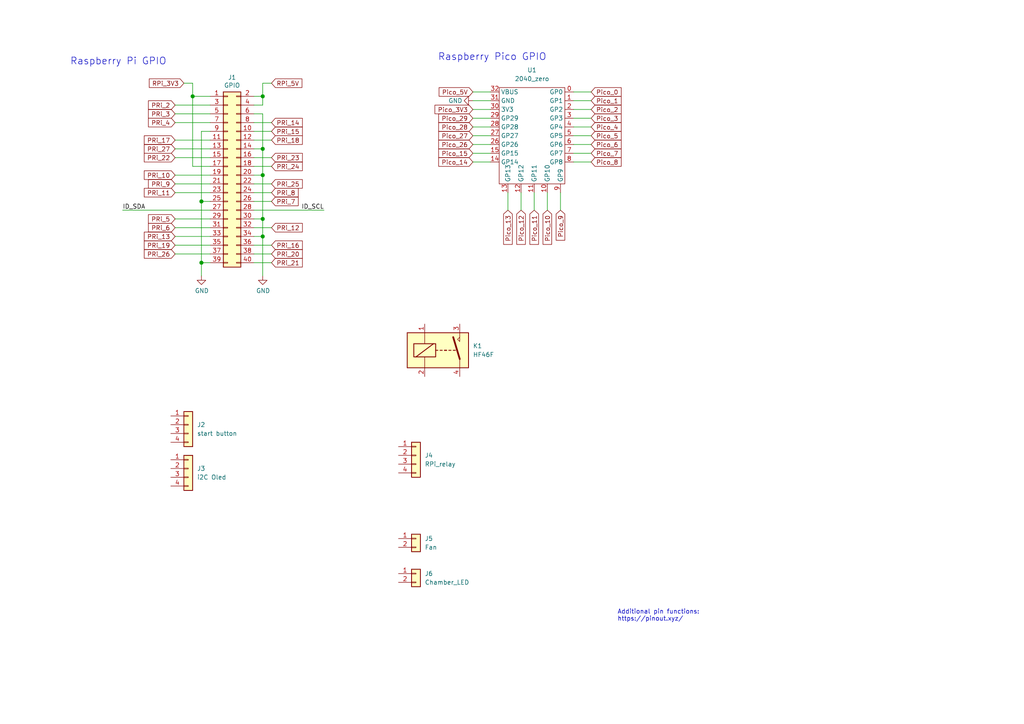
<source format=kicad_sch>
(kicad_sch (version 20211123) (generator eeschema)
  (paper "A4")
  (title_block (date "15 nov 2012"))
  (lib_symbols
    (symbol "Connector_Generic:Conn_01x02" (pin_names (offset 1.016) hide)
      (property "Reference" "J" (at 0 2.54 0))
      (property "Value" "Conn_01x02" (at 0 -5.08 0))
      (symbol "Conn_01x02_1_1"
        (rectangle (start -1.27 -2.413) (end 0 -2.667) (stroke (width 0.1524)))
        (rectangle (start -1.27 0.127) (end 0 -0.127) (stroke (width 0.1524)))
        (rectangle (start -1.27 1.27) (end 1.27 -3.81) (stroke (width 0.254)) (fill (type background)))
        (pin passive line (at -5.08 0 0) (length 3.81) (name "Pin_1") (number "1"))
        (pin passive line (at -5.08 -2.54 0) (length 3.81) (name "Pin_2") (number "2"))
      )
    )
    (symbol "Connector_Generic:Conn_01x04" (pin_names (offset 1.016) hide)
      (property "Reference" "J" (at 0 5.08 0))
      (property "Value" "Conn_01x04" (at 0 -7.62 0))
      (symbol "Conn_01x04_1_1"
        (rectangle (start -1.27 -4.953) (end 0 -5.207) (stroke (width 0.1524)))
        (rectangle (start -1.27 -2.413) (end 0 -2.667) (stroke (width 0.1524)))
        (rectangle (start -1.27 0.127) (end 0 -0.127) (stroke (width 0.1524)))
        (rectangle (start -1.27 2.667) (end 0 2.413) (stroke (width 0.1524)))
        (rectangle (start -1.27 3.81) (end 1.27 -6.35) (stroke (width 0.254)) (fill (type background)))
        (pin passive line (at -5.08 2.54 0) (length 3.81) (name "Pin_1") (number "1"))
        (pin passive line (at -5.08 0 0) (length 3.81) (name "Pin_2") (number "2"))
        (pin passive line (at -5.08 -2.54 0) (length 3.81) (name "Pin_3") (number "3"))
        (pin passive line (at -5.08 -5.08 0) (length 3.81) (name "Pin_4") (number "4"))
      )
    )
    (symbol "Connector_Generic:Conn_02x20_Odd_Even" (pin_names (offset 1.016) hide)
      (property "Reference" "J" (at 1.27 25.4 0))
      (property "Value" "Conn_02x20_Odd_Even" (at 1.27 -27.94 0))
      (symbol "Conn_02x20_Odd_Even_1_1"
        (rectangle (start -1.27 -25.273) (end 0 -25.527) (stroke (width 0.1524)))
        (rectangle (start -1.27 -22.733) (end 0 -22.987) (stroke (width 0.1524)))
        (rectangle (start -1.27 -20.193) (end 0 -20.447) (stroke (width 0.1524)))
        (rectangle (start -1.27 -17.653) (end 0 -17.907) (stroke (width 0.1524)))
        (rectangle (start -1.27 -15.113) (end 0 -15.367) (stroke (width 0.1524)))
        (rectangle (start -1.27 -12.573) (end 0 -12.827) (stroke (width 0.1524)))
        (rectangle (start -1.27 -10.033) (end 0 -10.287) (stroke (width 0.1524)))
        (rectangle (start -1.27 -7.493) (end 0 -7.747) (stroke (width 0.1524)))
        (rectangle (start -1.27 -4.953) (end 0 -5.207) (stroke (width 0.1524)))
        (rectangle (start -1.27 -2.413) (end 0 -2.667) (stroke (width 0.1524)))
        (rectangle (start -1.27 0.127) (end 0 -0.127) (stroke (width 0.1524)))
        (rectangle (start -1.27 2.667) (end 0 2.413) (stroke (width 0.1524)))
        (rectangle (start -1.27 5.207) (end 0 4.953) (stroke (width 0.1524)))
        (rectangle (start -1.27 7.747) (end 0 7.493) (stroke (width 0.1524)))
        (rectangle (start -1.27 10.287) (end 0 10.033) (stroke (width 0.1524)))
        (rectangle (start -1.27 12.827) (end 0 12.573) (stroke (width 0.1524)))
        (rectangle (start -1.27 15.367) (end 0 15.113) (stroke (width 0.1524)))
        (rectangle (start -1.27 17.907) (end 0 17.653) (stroke (width 0.1524)))
        (rectangle (start -1.27 20.447) (end 0 20.193) (stroke (width 0.1524)))
        (rectangle (start -1.27 22.987) (end 0 22.733) (stroke (width 0.1524)))
        (rectangle (start -1.27 24.13) (end 3.81 -26.67) (stroke (width 0.254)) (fill (type background)))
        (rectangle (start 3.81 -25.273) (end 2.54 -25.527) (stroke (width 0.1524)))
        (rectangle (start 3.81 -22.733) (end 2.54 -22.987) (stroke (width 0.1524)))
        (rectangle (start 3.81 -20.193) (end 2.54 -20.447) (stroke (width 0.1524)))
        (rectangle (start 3.81 -17.653) (end 2.54 -17.907) (stroke (width 0.1524)))
        (rectangle (start 3.81 -15.113) (end 2.54 -15.367) (stroke (width 0.1524)))
        (rectangle (start 3.81 -12.573) (end 2.54 -12.827) (stroke (width 0.1524)))
        (rectangle (start 3.81 -10.033) (end 2.54 -10.287) (stroke (width 0.1524)))
        (rectangle (start 3.81 -7.493) (end 2.54 -7.747) (stroke (width 0.1524)))
        (rectangle (start 3.81 -4.953) (end 2.54 -5.207) (stroke (width 0.1524)))
        (rectangle (start 3.81 -2.413) (end 2.54 -2.667) (stroke (width 0.1524)))
        (rectangle (start 3.81 0.127) (end 2.54 -0.127) (stroke (width 0.1524)))
        (rectangle (start 3.81 2.667) (end 2.54 2.413) (stroke (width 0.1524)))
        (rectangle (start 3.81 5.207) (end 2.54 4.953) (stroke (width 0.1524)))
        (rectangle (start 3.81 7.747) (end 2.54 7.493) (stroke (width 0.1524)))
        (rectangle (start 3.81 10.287) (end 2.54 10.033) (stroke (width 0.1524)))
        (rectangle (start 3.81 12.827) (end 2.54 12.573) (stroke (width 0.1524)))
        (rectangle (start 3.81 15.367) (end 2.54 15.113) (stroke (width 0.1524)))
        (rectangle (start 3.81 17.907) (end 2.54 17.653) (stroke (width 0.1524)))
        (rectangle (start 3.81 20.447) (end 2.54 20.193) (stroke (width 0.1524)))
        (rectangle (start 3.81 22.987) (end 2.54 22.733) (stroke (width 0.1524)))
        (pin passive line (at -5.08 22.86 0) (length 3.81) (name "Pin_1") (number "1"))
        (pin passive line (at 7.62 12.7 180) (length 3.81) (name "Pin_10") (number "10"))
        (pin passive line (at -5.08 10.16 0) (length 3.81) (name "Pin_11") (number "11"))
        (pin passive line (at 7.62 10.16 180) (length 3.81) (name "Pin_12") (number "12"))
        (pin passive line (at -5.08 7.62 0) (length 3.81) (name "Pin_13") (number "13"))
        (pin passive line (at 7.62 7.62 180) (length 3.81) (name "Pin_14") (number "14"))
        (pin passive line (at -5.08 5.08 0) (length 3.81) (name "Pin_15") (number "15"))
        (pin passive line (at 7.62 5.08 180) (length 3.81) (name "Pin_16") (number "16"))
        (pin passive line (at -5.08 2.54 0) (length 3.81) (name "Pin_17") (number "17"))
        (pin passive line (at 7.62 2.54 180) (length 3.81) (name "Pin_18") (number "18"))
        (pin passive line (at -5.08 0 0) (length 3.81) (name "Pin_19") (number "19"))
        (pin passive line (at 7.62 22.86 180) (length 3.81) (name "Pin_2") (number "2"))
        (pin passive line (at 7.62 0 180) (length 3.81) (name "Pin_20") (number "20"))
        (pin passive line (at -5.08 -2.54 0) (length 3.81) (name "Pin_21") (number "21"))
        (pin passive line (at 7.62 -2.54 180) (length 3.81) (name "Pin_22") (number "22"))
        (pin passive line (at -5.08 -5.08 0) (length 3.81) (name "Pin_23") (number "23"))
        (pin passive line (at 7.62 -5.08 180) (length 3.81) (name "Pin_24") (number "24"))
        (pin passive line (at -5.08 -7.62 0) (length 3.81) (name "Pin_25") (number "25"))
        (pin passive line (at 7.62 -7.62 180) (length 3.81) (name "Pin_26") (number "26"))
        (pin passive line (at -5.08 -10.16 0) (length 3.81) (name "Pin_27") (number "27"))
        (pin passive line (at 7.62 -10.16 180) (length 3.81) (name "Pin_28") (number "28"))
        (pin passive line (at -5.08 -12.7 0) (length 3.81) (name "Pin_29") (number "29"))
        (pin passive line (at -5.08 20.32 0) (length 3.81) (name "Pin_3") (number "3"))
        (pin passive line (at 7.62 -12.7 180) (length 3.81) (name "Pin_30") (number "30"))
        (pin passive line (at -5.08 -15.24 0) (length 3.81) (name "Pin_31") (number "31"))
        (pin passive line (at 7.62 -15.24 180) (length 3.81) (name "Pin_32") (number "32"))
        (pin passive line (at -5.08 -17.78 0) (length 3.81) (name "Pin_33") (number "33"))
        (pin passive line (at 7.62 -17.78 180) (length 3.81) (name "Pin_34") (number "34"))
        (pin passive line (at -5.08 -20.32 0) (length 3.81) (name "Pin_35") (number "35"))
        (pin passive line (at 7.62 -20.32 180) (length 3.81) (name "Pin_36") (number "36"))
        (pin passive line (at -5.08 -22.86 0) (length 3.81) (name "Pin_37") (number "37"))
        (pin passive line (at 7.62 -22.86 180) (length 3.81) (name "Pin_38") (number "38"))
        (pin passive line (at -5.08 -25.4 0) (length 3.81) (name "Pin_39") (number "39"))
        (pin passive line (at 7.62 20.32 180) (length 3.81) (name "Pin_4") (number "4"))
        (pin passive line (at 7.62 -25.4 180) (length 3.81) (name "Pin_40") (number "40"))
        (pin passive line (at -5.08 17.78 0) (length 3.81) (name "Pin_5") (number "5"))
        (pin passive line (at 7.62 17.78 180) (length 3.81) (name "Pin_6") (number "6"))
        (pin passive line (at -5.08 15.24 0) (length 3.81) (name "Pin_7") (number "7"))
        (pin passive line (at 7.62 15.24 180) (length 3.81) (name "Pin_8") (number "8"))
        (pin passive line (at -5.08 12.7 0) (length 3.81) (name "Pin_9") (number "9"))
      )
    )
    (symbol "pixeltrace:2040_zero"
      (property "Reference" "U2" (at -0.635 13.7328 0))
      (property "Value" "2040_zero" (at -0.635 11.1959 0))
      (symbol "2040_zero_0_1"
        (rectangle (start -10.16 10.16) (end 8.89 -17.78))
      )
      (symbol "2040_zero_1_1"
        (pin input line (at 11.43 8.89 180) (length 2.54) (name "GP0") (number "0"))
        (pin input line (at 11.43 6.35 180) (length 2.54) (name "GP1") (number "1"))
        (pin input line (at 3.81 -20.32 90) (length 2.54) (name "GP10") (number "10"))
        (pin input line (at 0 -20.32 90) (length 2.54) (name "GP11") (number "11"))
        (pin input line (at -3.81 -20.32 90) (length 2.54) (name "GP12") (number "12"))
        (pin input line (at -7.62 -20.32 90) (length 2.54) (name "GP13") (number "13"))
        (pin input line (at -12.7 -11.43 0) (length 2.54) (name "GP14") (number "14"))
        (pin input line (at -12.7 -8.89 0) (length 2.54) (name "GP15") (number "15"))
        (pin input line (at 11.43 3.81 180) (length 2.54) (name "GP2") (number "2"))
        (pin input line (at -12.7 -6.35 0) (length 2.54) (name "GP26") (number "26"))
        (pin input line (at -12.7 -3.81 0) (length 2.54) (name "GP27") (number "27"))
        (pin input line (at -12.7 -1.27 0) (length 2.54) (name "GP28") (number "28"))
        (pin input line (at -12.7 1.27 0) (length 2.54) (name "GP29") (number "29"))
        (pin input line (at 11.43 1.27 180) (length 2.54) (name "GP3") (number "3"))
        (pin power_out line (at -12.7 3.81 0) (length 2.54) (name "3V3") (number "30"))
        (pin input line (at -12.7 6.35 0) (length 2.54) (name "GND") (number "31"))
        (pin power_out line (at -12.7 8.89 0) (length 2.54) (name "VBUS") (number "32"))
        (pin input line (at 11.43 -1.27 180) (length 2.54) (name "GP4") (number "4"))
        (pin input line (at 11.43 -3.81 180) (length 2.54) (name "GP5") (number "5"))
        (pin input line (at 11.43 -6.35 180) (length 2.54) (name "GP6") (number "6"))
        (pin input line (at 11.43 -8.89 180) (length 2.54) (name "GP7") (number "7"))
        (pin input line (at 11.43 -11.43 180) (length 2.54) (name "GP8") (number "8"))
        (pin input line (at 7.62 -20.32 90) (length 2.54) (name "GP9") (number "9"))
      )
    )
    (symbol "pixeltrace:HF46F" (pin_names (offset 1.016))
      (property "Reference" "K" (at 8.89 3.81 0))
      (property "Value" "HF46F" (at 8.89 1.27 0))
      (symbol "HF46F_0_0"
        (polyline (pts (xy 5.08 3.81) (xy 5.08 5.08)))
        (polyline (pts (xy 5.08 3.81) (xy 5.08 2.54) (xy 4.445 3.175) (xy 5.08 3.81)))
      )
      (symbol "HF46F_0_1"
        (rectangle (start -10.16 5.08) (end 7.62 -5.08) (stroke (width 0.254)) (fill (type background)))
        (rectangle (start -8.255 1.905) (end -1.905 -1.905) (stroke (width 0.254)))
        (polyline (pts (xy -7.62 -1.905) (xy -2.54 1.905)) (stroke (width 0.254)))
        (polyline (pts (xy -5.08 -5.08) (xy -5.08 -1.905)))
        (polyline (pts (xy -5.08 5.08) (xy -5.08 1.905)))
        (polyline (pts (xy -1.905 0) (xy -1.27 0)) (stroke (width 0.254)))
        (polyline (pts (xy -0.635 0) (xy 0 0)) (stroke (width 0.254)))
        (polyline (pts (xy 0.635 0) (xy 1.27 0)) (stroke (width 0.254)))
        (polyline (pts (xy 0.635 0) (xy 1.27 0)) (stroke (width 0.254)))
        (polyline (pts (xy 1.905 0) (xy 2.54 0)) (stroke (width 0.254)))
        (polyline (pts (xy 3.175 0) (xy 3.81 0)) (stroke (width 0.254)))
        (polyline (pts (xy 5.08 -2.54) (xy 3.175 3.81)) (stroke (width 0.508)))
        (polyline (pts (xy 5.08 -2.54) (xy 5.08 -5.08)))
      )
      (symbol "HF46F_1_1"
        (pin passive line (at -5.08 7.62 270) (length 2.54) (name "~") (number "1"))
        (pin passive line (at -5.08 -7.62 90) (length 2.54) (name "~") (number "2"))
        (pin passive line (at 5.08 7.62 270) (length 2.54) (name "~") (number "3"))
        (pin passive line (at 5.08 -7.62 90) (length 2.54) (name "~") (number "4"))
      )
    )
    (symbol "power:GND" (power) (pin_names (offset 0))
      (property "Value" "GND" (at 0 -3.81 0))
      (symbol "GND_0_1"
        (polyline (pts (xy 0 0) (xy 0 -1.27) (xy 1.27 -1.27) (xy 0 -2.54) (xy -1.27 -1.27) (xy 0 -1.27)))
      )
      (symbol "GND_1_1"
        (pin power_in line (at 0 0 270) (length 0) hide (name "GND") (number "1"))
      )
    )
  )
  (junction (at 76.2 27.94) (diameter 1.016))
  (junction (at 76.2 43.18) (diameter 1.016))
  (junction (at 58.42 76.2) (diameter 1.016))
  (junction (at 58.42 58.42) (diameter 1.016))
  (junction (at 76.2 68.58) (diameter 1.016))
  (junction (at 76.2 63.5) (diameter 1.016))
  (junction (at 76.2 50.8) (diameter 1.016))
  (junction (at 55.88 27.94) (diameter 1.016))
  (wire (pts (xy 58.42 58.42) (xy 58.42 76.2)))
  (wire (pts (xy 73.66 58.42) (xy 78.74 58.42)))
  (wire (pts (xy 166.37 44.45) (xy 171.45 44.45)))
  (wire (pts (xy 137.16 31.75) (xy 142.24 31.75)))
  (wire (pts (xy 60.96 40.64) (xy 50.8 40.64)))
  (wire (pts (xy 76.2 33.02) (xy 76.2 43.18)))
  (wire (pts (xy 76.2 50.8) (xy 73.66 50.8)))
  (wire (pts (xy 53.34 24.13) (xy 55.88 24.13)))
  (wire (pts (xy 76.2 63.5) (xy 76.2 68.58)))
  (wire (pts (xy 76.2 50.8) (xy 76.2 63.5)))
  (wire (pts (xy 73.66 35.56) (xy 78.74 35.56)))
  (wire (pts (xy 58.42 38.1) (xy 58.42 58.42)))
  (wire (pts (xy 137.16 26.67) (xy 142.24 26.67)))
  (wire (pts (xy 58.42 38.1) (xy 60.96 38.1)))
  (wire (pts (xy 73.66 55.88) (xy 78.74 55.88)))
  (wire (pts (xy 60.96 60.96) (xy 35.56 60.96)))
  (wire (pts (xy 50.8 63.5) (xy 60.96 63.5)))
  (wire (pts (xy 137.16 39.37) (xy 142.24 39.37)))
  (wire (pts (xy 166.37 34.29) (xy 171.45 34.29)))
  (wire (pts (xy 58.42 58.42) (xy 60.96 58.42)))
  (wire (pts (xy 147.32 55.88) (xy 147.32 60.96)))
  (wire (pts (xy 73.66 45.72) (xy 78.74 45.72)))
  (wire (pts (xy 137.16 36.83) (xy 142.24 36.83)))
  (wire (pts (xy 73.66 76.2) (xy 78.74 76.2)))
  (wire (pts (xy 58.42 76.2) (xy 58.42 80.01)))
  (wire (pts (xy 50.8 43.18) (xy 60.96 43.18)))
  (wire (pts (xy 55.88 24.13) (xy 55.88 27.94)))
  (wire (pts (xy 76.2 68.58) (xy 73.66 68.58)))
  (wire (pts (xy 166.37 29.21) (xy 171.45 29.21)))
  (wire (pts (xy 50.8 33.02) (xy 60.96 33.02)))
  (wire (pts (xy 76.2 24.13) (xy 78.74 24.13)))
  (wire (pts (xy 50.8 55.88) (xy 60.96 55.88)))
  (wire (pts (xy 158.75 55.88) (xy 158.75 60.96)))
  (wire (pts (xy 166.37 26.67) (xy 171.45 26.67)))
  (wire (pts (xy 55.88 48.26) (xy 60.96 48.26)))
  (wire (pts (xy 60.96 30.48) (xy 50.8 30.48)))
  (wire (pts (xy 76.2 27.94) (xy 76.2 30.48)))
  (wire (pts (xy 166.37 31.75) (xy 171.45 31.75)))
  (wire (pts (xy 76.2 43.18) (xy 76.2 50.8)))
  (wire (pts (xy 73.66 40.64) (xy 78.74 40.64)))
  (wire (pts (xy 76.2 43.18) (xy 73.66 43.18)))
  (wire (pts (xy 76.2 24.13) (xy 76.2 27.94)))
  (wire (pts (xy 162.56 55.88) (xy 162.56 60.96)))
  (wire (pts (xy 50.8 35.56) (xy 60.96 35.56)))
  (wire (pts (xy 76.2 27.94) (xy 73.66 27.94)))
  (wire (pts (xy 55.88 27.94) (xy 55.88 48.26)))
  (wire (pts (xy 73.66 48.26) (xy 78.74 48.26)))
  (wire (pts (xy 73.66 38.1) (xy 78.74 38.1)))
  (wire (pts (xy 50.8 45.72) (xy 60.96 45.72)))
  (wire (pts (xy 50.8 53.34) (xy 60.96 53.34)))
  (wire (pts (xy 166.37 46.99) (xy 171.45 46.99)))
  (wire (pts (xy 166.37 39.37) (xy 171.45 39.37)))
  (wire (pts (xy 137.16 44.45) (xy 142.24 44.45)))
  (wire (pts (xy 137.16 29.21) (xy 142.24 29.21)))
  (wire (pts (xy 50.8 66.04) (xy 60.96 66.04)))
  (wire (pts (xy 76.2 30.48) (xy 73.66 30.48)))
  (wire (pts (xy 50.8 71.12) (xy 60.96 71.12)))
  (wire (pts (xy 73.66 71.12) (xy 78.74 71.12)))
  (wire (pts (xy 137.16 41.91) (xy 142.24 41.91)))
  (wire (pts (xy 73.66 66.04) (xy 78.74 66.04)))
  (wire (pts (xy 58.42 76.2) (xy 60.96 76.2)))
  (wire (pts (xy 73.66 73.66) (xy 78.74 73.66)))
  (wire (pts (xy 76.2 33.02) (xy 73.66 33.02)))
  (wire (pts (xy 50.8 73.66) (xy 60.96 73.66)))
  (wire (pts (xy 151.13 55.88) (xy 151.13 60.96)))
  (wire (pts (xy 166.37 36.83) (xy 171.45 36.83)))
  (wire (pts (xy 137.16 46.99) (xy 142.24 46.99)))
  (wire (pts (xy 76.2 68.58) (xy 76.2 80.01)))
  (wire (pts (xy 73.66 53.34) (xy 78.74 53.34)))
  (wire (pts (xy 60.96 68.58) (xy 50.8 68.58)))
  (wire (pts (xy 137.16 34.29) (xy 142.24 34.29)))
  (wire (pts (xy 76.2 63.5) (xy 73.66 63.5)))
  (wire (pts (xy 55.88 27.94) (xy 60.96 27.94)))
  (wire (pts (xy 166.37 41.91) (xy 171.45 41.91)))
  (wire (pts (xy 60.96 50.8) (xy 50.8 50.8)))
  (wire (pts (xy 73.66 60.96) (xy 93.98 60.96)))
  (wire (pts (xy 154.94 55.88) (xy 154.94 60.96)))
  (text "Additional pin functions:\nhttps://pinout.xyz/" (at 179.07 180.34 0) (effects (font (size 1.27 1.27)) (justify left bottom)))
  (text "Raspberry Pi GPIO" (at 20.32 19.05 0) (effects (font (size 2 2)) (justify left bottom)))
  (text "Raspberry Pico GPIO" (at 127 17.78 0) (effects (font (size 2 2)) (justify left bottom)))
  (label "ID_SDA" (at 35.56 60.96 0))
  (label "ID_SCL" (at 93.98 60.96 180))
  (global_label "PRi_23" (shape input) (at 78.74 45.72 0) (property "Intersheet References" "${INTERSHEET_REFS}" (effects hide)))
  (global_label "Pico_3" (shape input) (at 171.45 34.29 0) (property "Intersheet References" "${INTERSHEET_REFS}" (effects hide)))
  (global_label "Pico_10" (shape input) (at 158.75 60.96 270) (property "Intersheet References" "${INTERSHEET_REFS}" (effects hide)))
  (global_label "PRi_12" (shape input) (at 78.74 66.04 0) (property "Intersheet References" "${INTERSHEET_REFS}" (effects hide)))
  (global_label "PRi_4" (shape input) (at 50.8 35.56 180) (property "Intersheet References" "${INTERSHEET_REFS}" (effects hide)))
  (global_label "Pico_26" (shape input) (at 137.16 41.91 180) (property "Intersheet References" "${INTERSHEET_REFS}" (effects hide)))
  (global_label "PRi_26" (shape input) (at 50.8 73.66 180) (property "Intersheet References" "${INTERSHEET_REFS}" (effects hide)))
  (global_label "Pico_7" (shape input) (at 171.45 44.45 0) (property "Intersheet References" "${INTERSHEET_REFS}" (effects hide)))
  (global_label "RPi_3V3" (shape input) (at 53.34 24.13 180) (property "Intersheet References" "${INTERSHEET_REFS}" (effects hide)))
  (global_label "PRi_13" (shape input) (at 50.8 68.58 180) (property "Intersheet References" "${INTERSHEET_REFS}" (effects hide)))
  (global_label "PRi_18" (shape input) (at 78.74 40.64 0) (property "Intersheet References" "${INTERSHEET_REFS}" (effects hide)))
  (global_label "Pico_11" (shape input) (at 154.94 60.96 270) (property "Intersheet References" "${INTERSHEET_REFS}" (effects hide)))
  (global_label "Pico_3V3" (shape input) (at 137.16 31.75 180) (property "Intersheet References" "${INTERSHEET_REFS}" (effects hide)))
  (global_label "PRi_16" (shape input) (at 78.74 71.12 0) (property "Intersheet References" "${INTERSHEET_REFS}" (effects hide)))
  (global_label "PRi_3" (shape input) (at 50.8 33.02 180) (property "Intersheet References" "${INTERSHEET_REFS}" (effects hide)))
  (global_label "PRi_9" (shape input) (at 50.8 53.34 180) (property "Intersheet References" "${INTERSHEET_REFS}" (effects hide)))
  (global_label "Pico_28" (shape input) (at 137.16 36.83 180) (property "Intersheet References" "${INTERSHEET_REFS}" (effects hide)))
  (global_label "PRi_5" (shape input) (at 50.8 63.5 180) (property "Intersheet References" "${INTERSHEET_REFS}" (effects hide)))
  (global_label "PRi_7" (shape input) (at 78.74 58.42 0) (property "Intersheet References" "${INTERSHEET_REFS}" (effects hide)))
  (global_label "Pico_14" (shape input) (at 137.16 46.99 180) (property "Intersheet References" "${INTERSHEET_REFS}" (effects hide)))
  (global_label "PRi_20" (shape input) (at 78.74 73.66 0) (property "Intersheet References" "${INTERSHEET_REFS}" (effects hide)))
  (global_label "PRi_2" (shape input) (at 50.8 30.48 180) (property "Intersheet References" "${INTERSHEET_REFS}" (effects hide)))
  (global_label "PRi_6" (shape input) (at 50.8 66.04 180) (property "Intersheet References" "${INTERSHEET_REFS}" (effects hide)))
  (global_label "PRi_22" (shape input) (at 50.8 45.72 180) (property "Intersheet References" "${INTERSHEET_REFS}" (effects hide)))
  (global_label "PRi_15" (shape input) (at 78.74 38.1 0) (property "Intersheet References" "${INTERSHEET_REFS}" (effects hide)))
  (global_label "PRi_25" (shape input) (at 78.74 53.34 0) (property "Intersheet References" "${INTERSHEET_REFS}" (effects hide)))
  (global_label "PRi_14" (shape input) (at 78.74 35.56 0) (property "Intersheet References" "${INTERSHEET_REFS}" (effects hide)))
  (global_label "PRi_8" (shape input) (at 78.74 55.88 0) (property "Intersheet References" "${INTERSHEET_REFS}" (effects hide)))
  (global_label "PRi_17" (shape input) (at 50.8 40.64 180) (property "Intersheet References" "${INTERSHEET_REFS}" (effects hide)))
  (global_label "PRi_24" (shape input) (at 78.74 48.26 0) (property "Intersheet References" "${INTERSHEET_REFS}" (effects hide)))
  (global_label "Pico_13" (shape input) (at 147.32 60.96 270) (property "Intersheet References" "${INTERSHEET_REFS}" (effects hide)))
  (global_label "Pico_5V" (shape input) (at 137.16 26.67 180) (property "Intersheet References" "${INTERSHEET_REFS}" (effects hide)))
  (global_label "Pico_1" (shape input) (at 171.45 29.21 0) (property "Intersheet References" "${INTERSHEET_REFS}" (effects hide)))
  (global_label "Pico_12" (shape input) (at 151.13 60.96 270) (property "Intersheet References" "${INTERSHEET_REFS}" (effects hide)))
  (global_label "RPi_5V" (shape input) (at 78.74 24.13 0) (property "Intersheet References" "${INTERSHEET_REFS}" (effects hide)))
  (global_label "Pico_29" (shape input) (at 137.16 34.29 180) (property "Intersheet References" "${INTERSHEET_REFS}" (effects hide)))
  (global_label "Pico_27" (shape input) (at 137.16 39.37 180) (property "Intersheet References" "${INTERSHEET_REFS}" (effects hide)))
  (global_label "PRi_21" (shape input) (at 78.74 76.2 0) (property "Intersheet References" "${INTERSHEET_REFS}" (effects hide)))
  (global_label "Pico_8" (shape input) (at 171.45 46.99 0) (property "Intersheet References" "${INTERSHEET_REFS}" (effects hide)))
  (global_label "PRi_19" (shape input) (at 50.8 71.12 180) (property "Intersheet References" "${INTERSHEET_REFS}" (effects hide)))
  (global_label "PRi_27" (shape input) (at 50.8 43.18 180) (property "Intersheet References" "${INTERSHEET_REFS}" (effects hide)))
  (global_label "Pico_2" (shape input) (at 171.45 31.75 0) (property "Intersheet References" "${INTERSHEET_REFS}" (effects hide)))
  (global_label "PRi_11" (shape input) (at 50.8 55.88 180) (property "Intersheet References" "${INTERSHEET_REFS}" (effects hide)))
  (global_label "Pico_9" (shape input) (at 162.56 60.96 270) (property "Intersheet References" "${INTERSHEET_REFS}" (effects hide)))
  (global_label "PRi_10" (shape input) (at 50.8 50.8 180) (property "Intersheet References" "${INTERSHEET_REFS}" (effects hide)))
  (global_label "Pico_5" (shape input) (at 171.45 39.37 0) (property "Intersheet References" "${INTERSHEET_REFS}" (effects hide)))
  (global_label "Pico_4" (shape input) (at 171.45 36.83 0) (property "Intersheet References" "${INTERSHEET_REFS}" (effects hide)))
  (global_label "Pico_15" (shape input) (at 137.16 44.45 180) (property "Intersheet References" "${INTERSHEET_REFS}" (effects hide)))
  (global_label "Pico_0" (shape input) (at 171.45 26.67 0) (property "Intersheet References" "${INTERSHEET_REFS}" (effects hide)))
  (global_label "Pico_6" (shape input) (at 171.45 41.91 0) (property "Intersheet References" "${INTERSHEET_REFS}" (effects hide)))
  (symbol (lib_id "power:GND") (at 76.2 80.01 0) (unit 1)
    (property "Reference" "#PWR02" (effects hide))
    (property "Value" "GND" (at 76.3143 84.3344 0))
  )
  (symbol (lib_id "power:GND") (at 58.42 80.01 0) (unit 1)
    (property "Reference" "#PWR03" (effects hide))
    (property "Value" "GND" (at 58.5343 84.3344 0))
  )
  (symbol (lib_id "Connector_Generic:Conn_02x20_Odd_Even") (at 66.04 50.8 0) (unit 1)
    (property "Reference" "J1" (at 67.31 22.4598 0))
    (property "Value" "GPIO" (at 67.31 24.765 0))
    (property "Footprint" "Connector_PinSocket_2.54mm:PinSocket_2x20_P2.54mm_Vertical" (effects hide))
  )
  (symbol (lib_id "Connector_Generic:Conn_01x04") (at 120.65 132.08 0) (unit 1)
    (property "Reference" "J4" (at 123.19 132.0799 0) (effects (justify left)))
    (property "Value" "RPi_relay" (at 123.19 134.6199 0) (effects (justify left)))
    (property "Footprint" "Connector_JST:JST_PH_B4B-PH-K_1x04_P2.00mm_Vertical" (effects hide))
  )
  (symbol (lib_id "pixeltrace:HF46F") (at 128.27 101.6 0) (unit 1)
    (property "Reference" "K1" (at 137.16 100.3299 0) (effects (justify left)))
    (property "Value" "HF46F" (at 137.16 102.8699 0) (effects (justify left)))
    (property "Footprint" "pixeltrace:HF46F" (effects hide))
  )
  (symbol (lib_id "Connector_Generic:Conn_01x02") (at 120.65 156.21 0) (unit 1)
    (property "Reference" "J5" (at 123.19 156.2099 0) (effects (justify left)))
    (property "Value" "Fan" (at 123.19 158.7499 0) (effects (justify left)))
    (property "Footprint" "Connector_JST:JST_PH_B2B-PH-K_1x02_P2.00mm_Vertical" (effects hide))
  )
  (symbol (lib_id "Connector_Generic:Conn_01x02") (at 120.65 166.37 0) (unit 1)
    (property "Reference" "J6" (at 123.19 166.3699 0) (effects (justify left)))
    (property "Value" "Chamber_LED" (at 123.19 168.9099 0) (effects (justify left)))
    (property "Footprint" "Connector_JST:JST_PH_B2B-PH-K_1x02_P2.00mm_Vertical" (effects hide))
  )
  (symbol (lib_id "power:GND") (at 137.16 29.21 270) (unit 1)
    (property "Reference" "#PWR0101" (effects hide))
    (property "Value" "GND" (at 132.08 29.21 90))
  )
  (symbol (lib_id "pixeltrace:2040_zero") (at 154.94 35.56 0) (unit 1)
    (property "Reference" "U1" (at 154.305 20.32 0))
    (property "Value" "2040_zero" (at 154.305 22.86 0))
    (property "Footprint" "pixeltrace:rp2040_zero" (effects hide))
  )
  (symbol (lib_id "Connector_Generic:Conn_01x04") (at 54.61 135.89 0) (unit 1)
    (property "Reference" "J3" (at 57.15 135.8899 0) (effects (justify left)))
    (property "Value" "i2C Oled" (at 57.15 138.4299 0) (effects (justify left)))
    (property "Footprint" "Connector_JST:JST_PH_B4B-PH-K_1x04_P2.00mm_Vertical" (effects hide))
  )
  (symbol (lib_id "Connector_Generic:Conn_01x04") (at 54.61 123.19 0) (unit 1)
    (property "Reference" "J2" (at 57.15 123.1899 0) (effects (justify left)))
    (property "Value" "start button" (at 57.15 125.7299 0) (effects (justify left)))
    (property "Footprint" "Connector_JST:JST_PH_B4B-PH-K_1x04_P2.00mm_Vertical" (effects hide))
  )
)
</source>
